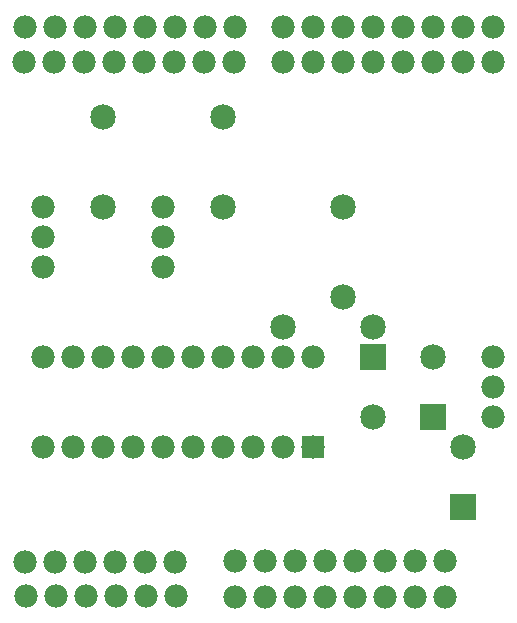
<source format=gbs>
G04 MADE WITH FRITZING*
G04 WWW.FRITZING.ORG*
G04 DOUBLE SIDED*
G04 HOLES PLATED*
G04 CONTOUR ON CENTER OF CONTOUR VECTOR*
%ASAXBY*%
%FSLAX23Y23*%
%MOIN*%
%OFA0B0*%
%SFA1.0B1.0*%
%ADD10C,0.077717*%
%ADD11C,0.085000*%
%ADD12R,0.077716X0.077716*%
%ADD13R,0.085000X0.085000*%
%LNMASK0*%
G90*
G70*
G54D10*
X1034Y572D03*
X1034Y872D03*
X934Y572D03*
X934Y872D03*
X834Y572D03*
X834Y872D03*
X734Y572D03*
X734Y872D03*
X634Y572D03*
X634Y872D03*
X534Y572D03*
X534Y872D03*
X434Y572D03*
X434Y872D03*
X334Y572D03*
X334Y872D03*
X234Y572D03*
X234Y872D03*
X134Y572D03*
X134Y872D03*
X1034Y572D03*
X1034Y872D03*
X934Y572D03*
X934Y872D03*
X834Y572D03*
X834Y872D03*
X734Y572D03*
X734Y872D03*
X634Y572D03*
X634Y872D03*
X534Y572D03*
X534Y872D03*
X434Y572D03*
X434Y872D03*
X334Y572D03*
X334Y872D03*
X234Y572D03*
X234Y872D03*
X134Y572D03*
X134Y872D03*
X1634Y672D03*
X1634Y772D03*
X1634Y872D03*
X1634Y672D03*
X1634Y772D03*
X1634Y872D03*
X534Y1372D03*
X534Y1272D03*
X534Y1172D03*
X534Y1372D03*
X534Y1272D03*
X534Y1172D03*
X134Y1372D03*
X134Y1272D03*
X134Y1172D03*
X134Y1372D03*
X134Y1272D03*
X134Y1172D03*
G54D11*
X934Y972D03*
X1234Y972D03*
X934Y972D03*
X1234Y972D03*
X1134Y1372D03*
X1134Y1072D03*
X1134Y1372D03*
X1134Y1072D03*
X334Y1672D03*
X334Y1372D03*
X334Y1672D03*
X334Y1372D03*
X734Y1672D03*
X734Y1372D03*
X734Y1672D03*
X734Y1372D03*
G54D10*
X75Y187D03*
X175Y187D03*
X275Y187D03*
X375Y187D03*
X475Y187D03*
X575Y187D03*
X75Y187D03*
X175Y187D03*
X275Y187D03*
X375Y187D03*
X475Y187D03*
X575Y187D03*
X76Y73D03*
X176Y73D03*
X276Y73D03*
X376Y73D03*
X476Y73D03*
X576Y73D03*
X76Y73D03*
X176Y73D03*
X276Y73D03*
X376Y73D03*
X476Y73D03*
X576Y73D03*
X774Y72D03*
X874Y72D03*
X974Y72D03*
X1074Y72D03*
X1174Y72D03*
X1274Y72D03*
X1374Y72D03*
X1474Y72D03*
X774Y72D03*
X874Y72D03*
X974Y72D03*
X1074Y72D03*
X1174Y72D03*
X1274Y72D03*
X1374Y72D03*
X1474Y72D03*
X73Y1972D03*
X173Y1972D03*
X273Y1972D03*
X373Y1972D03*
X473Y1972D03*
X573Y1972D03*
X673Y1972D03*
X773Y1972D03*
X73Y1972D03*
X173Y1972D03*
X273Y1972D03*
X373Y1972D03*
X473Y1972D03*
X573Y1972D03*
X673Y1972D03*
X773Y1972D03*
X773Y189D03*
X873Y189D03*
X973Y189D03*
X1073Y189D03*
X1173Y189D03*
X1273Y189D03*
X1373Y189D03*
X1473Y189D03*
X773Y189D03*
X873Y189D03*
X973Y189D03*
X1073Y189D03*
X1173Y189D03*
X1273Y189D03*
X1373Y189D03*
X1473Y189D03*
X70Y1854D03*
X170Y1854D03*
X270Y1854D03*
X370Y1854D03*
X470Y1854D03*
X570Y1854D03*
X670Y1854D03*
X770Y1854D03*
X70Y1854D03*
X170Y1854D03*
X270Y1854D03*
X370Y1854D03*
X470Y1854D03*
X570Y1854D03*
X670Y1854D03*
X770Y1854D03*
X935Y1855D03*
X1035Y1855D03*
X1135Y1855D03*
X1235Y1855D03*
X1335Y1855D03*
X1435Y1855D03*
X1535Y1855D03*
X1635Y1855D03*
X935Y1855D03*
X1035Y1855D03*
X1135Y1855D03*
X1235Y1855D03*
X1335Y1855D03*
X1435Y1855D03*
X1535Y1855D03*
X1635Y1855D03*
X934Y1972D03*
X1034Y1972D03*
X1134Y1972D03*
X1234Y1972D03*
X1334Y1972D03*
X1434Y1972D03*
X1534Y1972D03*
X1634Y1972D03*
X934Y1972D03*
X1034Y1972D03*
X1134Y1972D03*
X1234Y1972D03*
X1334Y1972D03*
X1434Y1972D03*
X1534Y1972D03*
X1634Y1972D03*
G54D11*
X1434Y672D03*
X1434Y872D03*
X1434Y672D03*
X1434Y872D03*
X1234Y872D03*
X1234Y672D03*
X1234Y872D03*
X1234Y672D03*
X1534Y372D03*
X1534Y572D03*
X1534Y372D03*
X1534Y572D03*
G54D12*
X1034Y572D03*
X1034Y572D03*
G54D13*
X1434Y672D03*
X1434Y672D03*
X1234Y872D03*
X1234Y872D03*
X1534Y372D03*
X1534Y372D03*
G04 End of Mask0*
M02*
</source>
